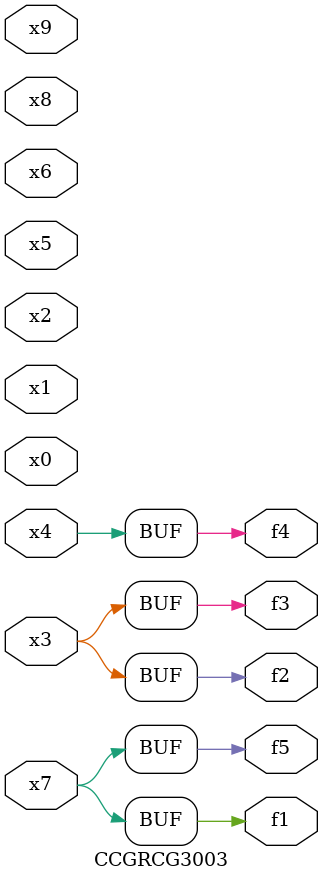
<source format=v>
module CCGRCG3003(
	input x0, x1, x2, x3, x4, x5, x6, x7, x8, x9,
	output f1, f2, f3, f4, f5
);
	assign f1 = x7;
	assign f2 = x3;
	assign f3 = x3;
	assign f4 = x4;
	assign f5 = x7;
endmodule

</source>
